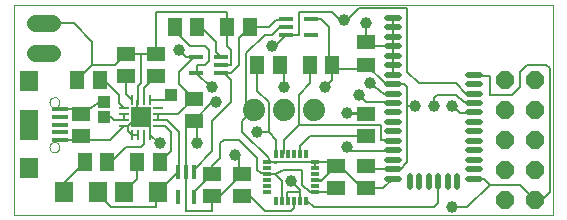
<source format=gtl>
G75*
%MOIN*%
%OFA0B0*%
%FSLAX24Y24*%
%IPPOS*%
%LPD*%
%AMOC8*
5,1,8,0,0,1.08239X$1,22.5*
%
%ADD10C,0.0000*%
%ADD11R,0.0315X0.0157*%
%ADD12R,0.0157X0.0315*%
%ADD13C,0.0050*%
%ADD14C,0.0197*%
%ADD15R,0.0591X0.0512*%
%ADD16OC8,0.0600*%
%ADD17R,0.0140X0.0460*%
%ADD18R,0.0460X0.0140*%
%ADD19R,0.0512X0.0591*%
%ADD20C,0.0560*%
%ADD21R,0.0630X0.0710*%
%ADD22R,0.0330X0.0110*%
%ADD23R,0.0110X0.0330*%
%ADD24R,0.0670X0.0670*%
%ADD25C,0.0300*%
%ADD26C,0.0740*%
%ADD27R,0.0591X0.0709*%
%ADD28R,0.0591X0.0984*%
%ADD29R,0.0551X0.0157*%
%ADD30C,0.0080*%
%ADD31C,0.0396*%
%ADD32R,0.0396X0.0396*%
D10*
X001980Y003870D02*
X001980Y010866D01*
X019975Y010866D01*
X019975Y003870D01*
X001980Y003870D01*
X003179Y006122D02*
X003181Y006147D01*
X003187Y006172D01*
X003196Y006196D01*
X003209Y006218D01*
X003226Y006238D01*
X003245Y006255D01*
X003266Y006269D01*
X003290Y006279D01*
X003314Y006286D01*
X003340Y006289D01*
X003365Y006288D01*
X003390Y006283D01*
X003414Y006274D01*
X003437Y006262D01*
X003457Y006247D01*
X003475Y006228D01*
X003490Y006207D01*
X003501Y006184D01*
X003509Y006160D01*
X003513Y006135D01*
X003513Y006109D01*
X003509Y006084D01*
X003501Y006060D01*
X003490Y006037D01*
X003475Y006016D01*
X003457Y005997D01*
X003437Y005982D01*
X003414Y005970D01*
X003390Y005961D01*
X003365Y005956D01*
X003340Y005955D01*
X003314Y005958D01*
X003290Y005965D01*
X003266Y005975D01*
X003245Y005989D01*
X003226Y006006D01*
X003209Y006026D01*
X003196Y006048D01*
X003187Y006072D01*
X003181Y006097D01*
X003179Y006122D01*
X003179Y007618D02*
X003181Y007643D01*
X003187Y007668D01*
X003196Y007692D01*
X003209Y007714D01*
X003226Y007734D01*
X003245Y007751D01*
X003266Y007765D01*
X003290Y007775D01*
X003314Y007782D01*
X003340Y007785D01*
X003365Y007784D01*
X003390Y007779D01*
X003414Y007770D01*
X003437Y007758D01*
X003457Y007743D01*
X003475Y007724D01*
X003490Y007703D01*
X003501Y007680D01*
X003509Y007656D01*
X003513Y007631D01*
X003513Y007605D01*
X003509Y007580D01*
X003501Y007556D01*
X003490Y007533D01*
X003475Y007512D01*
X003457Y007493D01*
X003437Y007478D01*
X003414Y007466D01*
X003390Y007457D01*
X003365Y007452D01*
X003340Y007451D01*
X003314Y007454D01*
X003290Y007461D01*
X003266Y007471D01*
X003245Y007485D01*
X003226Y007502D01*
X003209Y007522D01*
X003196Y007544D01*
X003187Y007568D01*
X003181Y007593D01*
X003179Y007618D01*
D11*
X010442Y005612D03*
X010442Y005415D03*
X010442Y005219D03*
X010442Y005022D03*
X010442Y004825D03*
X010442Y004628D03*
X012017Y004628D03*
X012017Y004825D03*
X012017Y005022D03*
X012017Y005219D03*
X012017Y005415D03*
X012017Y005612D03*
D12*
X011722Y005898D03*
X011525Y005898D03*
X011328Y005898D03*
X011131Y005898D03*
X010934Y005898D03*
X010737Y005898D03*
X010737Y004343D03*
X010934Y004343D03*
X011131Y004343D03*
X011328Y004343D03*
X011525Y004343D03*
X011722Y004343D03*
D13*
X010706Y005622D02*
X010708Y005631D01*
X010713Y005638D01*
X010721Y005643D01*
X010730Y005644D01*
X010739Y005641D01*
X010746Y005635D01*
X010750Y005627D01*
X010750Y005617D01*
X010746Y005609D01*
X010739Y005603D01*
X010730Y005600D01*
X010721Y005601D01*
X010713Y005606D01*
X010708Y005613D01*
X010706Y005622D01*
D14*
X014828Y005706D02*
X014828Y005706D01*
X014434Y005706D01*
X014434Y005706D01*
X014828Y005706D01*
X014828Y006021D02*
X014828Y006021D01*
X014434Y006021D01*
X014434Y006021D01*
X014828Y006021D01*
X014828Y006336D02*
X014828Y006336D01*
X014434Y006336D01*
X014434Y006336D01*
X014828Y006336D01*
X014828Y006651D02*
X014828Y006651D01*
X014434Y006651D01*
X014434Y006651D01*
X014828Y006651D01*
X014828Y006966D02*
X014828Y006966D01*
X014434Y006966D01*
X014434Y006966D01*
X014828Y006966D01*
X014828Y007281D02*
X014828Y007281D01*
X014434Y007281D01*
X014434Y007281D01*
X014828Y007281D01*
X014828Y007596D02*
X014828Y007596D01*
X014434Y007596D01*
X014434Y007596D01*
X014828Y007596D01*
X014828Y007910D02*
X014828Y007910D01*
X014434Y007910D01*
X014434Y007910D01*
X014828Y007910D01*
X014828Y008225D02*
X014828Y008225D01*
X014434Y008225D01*
X014434Y008225D01*
X014828Y008225D01*
X014828Y008540D02*
X014828Y008540D01*
X014434Y008540D01*
X014434Y008540D01*
X014828Y008540D01*
X014828Y008855D02*
X014828Y008855D01*
X014434Y008855D01*
X014434Y008855D01*
X014828Y008855D01*
X014828Y009170D02*
X014828Y009170D01*
X014434Y009170D01*
X014434Y009170D01*
X014828Y009170D01*
X014828Y009485D02*
X014828Y009485D01*
X014434Y009485D01*
X014434Y009485D01*
X014828Y009485D01*
X014828Y009800D02*
X014828Y009800D01*
X014434Y009800D01*
X014434Y009800D01*
X014828Y009800D01*
X014828Y010115D02*
X014828Y010115D01*
X014434Y010115D01*
X014434Y010115D01*
X014828Y010115D01*
X014828Y010430D02*
X014828Y010430D01*
X014434Y010430D01*
X014434Y010430D01*
X014828Y010430D01*
X017525Y008540D02*
X017525Y008540D01*
X017131Y008540D01*
X017131Y008540D01*
X017525Y008540D01*
X017525Y008225D02*
X017525Y008225D01*
X017131Y008225D01*
X017131Y008225D01*
X017525Y008225D01*
X017525Y007910D02*
X017525Y007910D01*
X017131Y007910D01*
X017131Y007910D01*
X017525Y007910D01*
X017525Y007596D02*
X017525Y007596D01*
X017131Y007596D01*
X017131Y007596D01*
X017525Y007596D01*
X017525Y007281D02*
X017525Y007281D01*
X017131Y007281D01*
X017131Y007281D01*
X017525Y007281D01*
X017525Y006966D02*
X017525Y006966D01*
X017131Y006966D01*
X017131Y006966D01*
X017525Y006966D01*
X017525Y006651D02*
X017525Y006651D01*
X017131Y006651D01*
X017131Y006651D01*
X017525Y006651D01*
X017525Y006336D02*
X017525Y006336D01*
X017131Y006336D01*
X017131Y006336D01*
X017525Y006336D01*
X017525Y006021D02*
X017525Y006021D01*
X017131Y006021D01*
X017131Y006021D01*
X017525Y006021D01*
X017525Y005706D02*
X017525Y005706D01*
X017131Y005706D01*
X017131Y005706D01*
X017525Y005706D01*
X017525Y005391D02*
X017525Y005391D01*
X017131Y005391D01*
X017131Y005391D01*
X017525Y005391D01*
X017525Y005076D02*
X017525Y005076D01*
X017131Y005076D01*
X017131Y005076D01*
X017525Y005076D01*
X016767Y004780D02*
X016767Y004780D01*
X016767Y005174D01*
X016767Y005174D01*
X016767Y004780D01*
X016767Y004976D02*
X016767Y004976D01*
X016767Y005172D02*
X016767Y005172D01*
X016452Y004780D02*
X016452Y004780D01*
X016452Y005174D01*
X016452Y005174D01*
X016452Y004780D01*
X016452Y004976D02*
X016452Y004976D01*
X016452Y005172D02*
X016452Y005172D01*
X016137Y004780D02*
X016137Y004780D01*
X016137Y005174D01*
X016137Y005174D01*
X016137Y004780D01*
X016137Y004976D02*
X016137Y004976D01*
X016137Y005172D02*
X016137Y005172D01*
X015822Y005174D02*
X015822Y005174D01*
X015822Y004780D01*
X015822Y004780D01*
X015822Y005174D01*
X015822Y004976D02*
X015822Y004976D01*
X015822Y005172D02*
X015822Y005172D01*
X015507Y005174D02*
X015507Y005174D01*
X015507Y004780D01*
X015507Y004780D01*
X015507Y005174D01*
X015507Y004976D02*
X015507Y004976D01*
X015507Y005172D02*
X015507Y005172D01*
X015192Y005174D02*
X015192Y005174D01*
X015192Y004780D01*
X015192Y004780D01*
X015192Y005174D01*
X015192Y004976D02*
X015192Y004976D01*
X015192Y005172D02*
X015192Y005172D01*
X014828Y005076D02*
X014828Y005076D01*
X014434Y005076D01*
X014434Y005076D01*
X014828Y005076D01*
X014828Y005391D02*
X014828Y005391D01*
X014434Y005391D01*
X014434Y005391D01*
X014828Y005391D01*
D15*
X013730Y005494D03*
X012730Y005494D03*
X012730Y004746D03*
X013730Y004746D03*
X013730Y006496D03*
X013730Y007244D03*
X013730Y008871D03*
X013730Y009619D03*
X007980Y007744D03*
X007980Y006996D03*
X006730Y008496D03*
X005730Y008496D03*
X005730Y009244D03*
X006730Y009244D03*
X004230Y007244D03*
X004230Y006496D03*
X008605Y005244D03*
X009605Y005244D03*
X009605Y004496D03*
X008605Y004496D03*
D16*
X018355Y004370D03*
X019355Y004370D03*
X019355Y005370D03*
X018355Y005370D03*
X018355Y006370D03*
X019355Y006370D03*
X019355Y007370D03*
X018355Y007370D03*
X018355Y008370D03*
X019355Y008370D03*
D17*
X007990Y005280D03*
X007730Y005280D03*
X007470Y005280D03*
X007470Y004460D03*
X007990Y004460D03*
D18*
X008070Y008610D03*
X008070Y009130D03*
X008890Y009130D03*
X008890Y008870D03*
X008890Y008610D03*
X011070Y009860D03*
X011070Y010120D03*
X011070Y010380D03*
X011890Y010380D03*
X011890Y009860D03*
D19*
X011856Y008870D03*
X012604Y008870D03*
X010854Y008870D03*
X010106Y008870D03*
X009854Y010120D03*
X009106Y010120D03*
X008104Y010120D03*
X007356Y010120D03*
X004854Y008370D03*
X004106Y008370D03*
X004356Y005620D03*
X005104Y005620D03*
X006106Y005620D03*
X006854Y005620D03*
D20*
X003260Y009245D02*
X002700Y009245D01*
X002700Y010245D02*
X003260Y010245D01*
D21*
X003670Y004620D03*
X004789Y004620D03*
X005670Y004620D03*
X006789Y004620D03*
D22*
X006810Y006820D03*
X006810Y007020D03*
X006810Y007220D03*
X006810Y007420D03*
X005650Y007420D03*
X005650Y007220D03*
X005650Y007020D03*
X005650Y006820D03*
D23*
X005930Y006540D03*
X006130Y006540D03*
X006330Y006540D03*
X006530Y006540D03*
X006530Y007700D03*
X006330Y007700D03*
X006130Y007700D03*
X005930Y007700D03*
D24*
X006230Y007120D03*
D25*
X006390Y006960D03*
X006070Y006960D03*
X006070Y007280D03*
X006390Y007280D03*
D26*
X009980Y007370D03*
X010980Y007370D03*
X011980Y007370D03*
D27*
X002480Y008321D03*
X002480Y005420D03*
D28*
X002480Y006870D03*
D29*
X003543Y006870D03*
X003543Y006614D03*
X003543Y006358D03*
X003543Y007126D03*
X003543Y007382D03*
D30*
X004342Y007382D01*
X004230Y007244D01*
X004856Y007620D01*
X004980Y007620D01*
X005480Y007590D02*
X005650Y007420D01*
X005650Y007220D02*
X005650Y007020D01*
X005330Y007020D01*
X005230Y007120D01*
X004980Y007120D01*
X005480Y007590D02*
X005480Y007870D01*
X004980Y008370D01*
X004854Y008370D01*
X004605Y008870D02*
X004605Y009620D01*
X003980Y010245D01*
X002980Y010245D01*
X004605Y008870D02*
X005356Y008870D01*
X005730Y009244D01*
X006230Y009244D01*
X006230Y008245D01*
X006130Y008145D01*
X006130Y007700D01*
X006105Y007675D01*
X006105Y007120D01*
X006230Y006995D01*
X006480Y006995D01*
X006530Y006945D01*
X006530Y006540D01*
X006825Y006245D01*
X006855Y006245D01*
X007230Y005995D02*
X007230Y006620D01*
X007030Y006820D01*
X006810Y006820D01*
X006810Y007020D02*
X007080Y007020D01*
X007480Y006620D01*
X007480Y005290D01*
X007470Y005280D01*
X007449Y005280D01*
X006789Y004620D01*
X006730Y004560D01*
X006730Y004120D01*
X005230Y004120D01*
X004789Y004560D01*
X004789Y004620D01*
X005670Y004620D02*
X006106Y005056D01*
X006106Y005620D01*
X006810Y005664D02*
X006854Y005620D01*
X006810Y005664D02*
X006899Y005664D01*
X007230Y005995D01*
X008105Y006245D02*
X008105Y006871D01*
X007980Y006996D01*
X008604Y007620D01*
X008730Y007620D01*
X009230Y007620D02*
X008605Y006995D01*
X008605Y005995D01*
X007980Y005370D01*
X007980Y005290D01*
X007990Y005280D01*
X007730Y005280D02*
X007730Y006746D01*
X007980Y006996D01*
X007456Y007220D02*
X007980Y007744D01*
X007480Y008244D01*
X007480Y008620D01*
X007990Y009130D01*
X008070Y009130D01*
X007720Y009130D01*
X007480Y009370D01*
X007855Y009495D02*
X008355Y009495D01*
X008480Y009370D01*
X008480Y008995D01*
X008355Y008870D01*
X008105Y008870D01*
X008105Y008645D01*
X008070Y008610D01*
X008560Y008120D01*
X008605Y008120D01*
X008990Y008610D02*
X009230Y008370D01*
X009230Y007620D01*
X009730Y007620D02*
X009980Y007370D01*
X009605Y006995D01*
X009605Y006620D01*
X010480Y005745D01*
X010480Y005620D01*
X012480Y005620D01*
X012605Y005495D01*
X012730Y005495D01*
X012230Y004995D01*
X011990Y004995D01*
X012017Y005022D01*
X012257Y005022D01*
X012730Y005494D01*
X012730Y005495D01*
X012730Y005494D02*
X012856Y005494D01*
X013480Y004870D01*
X013606Y004870D01*
X013730Y004746D01*
X014301Y004746D01*
X014631Y005076D01*
X014652Y005370D02*
X014631Y005391D01*
X013833Y005391D01*
X013730Y005494D01*
X013230Y005995D02*
X014606Y005995D01*
X014631Y006021D01*
X014631Y006336D02*
X014597Y006370D01*
X014230Y006370D01*
X014230Y006870D01*
X011480Y006870D01*
X010980Y006370D01*
X010980Y005943D01*
X010934Y005898D01*
X010737Y005898D02*
X010730Y005906D01*
X010730Y006370D01*
X010480Y006620D01*
X010105Y006620D01*
X010480Y006620D02*
X010480Y007620D01*
X010106Y007994D01*
X010106Y008870D01*
X009730Y009245D02*
X009730Y007620D01*
X010980Y008120D02*
X010980Y008744D01*
X010854Y008870D01*
X011856Y008870D02*
X011856Y008246D01*
X011480Y007870D01*
X011480Y006870D01*
X011856Y006496D02*
X011525Y006165D01*
X011525Y005898D01*
X012017Y005612D02*
X010442Y005612D01*
X010105Y005745D02*
X010105Y005370D01*
X010230Y005245D01*
X010416Y005245D01*
X010442Y005219D01*
X010703Y005219D01*
X010934Y004987D01*
X010934Y004343D01*
X011105Y004369D02*
X011131Y004343D01*
X011105Y004369D02*
X011105Y004620D01*
X011480Y004620D01*
X011525Y004575D01*
X011525Y004343D01*
X011525Y004700D01*
X011230Y004995D01*
X011605Y004870D02*
X011605Y005370D01*
X010980Y005370D01*
X010703Y005219D01*
X010105Y005745D02*
X009480Y006370D01*
X008980Y006370D01*
X008855Y006245D01*
X008855Y005745D01*
X008605Y005495D01*
X008605Y005244D01*
X008605Y005370D01*
X008605Y005244D02*
X007990Y004629D01*
X007990Y004460D01*
X008605Y004496D02*
X008857Y004496D01*
X009605Y005244D01*
X009480Y005369D01*
X009480Y005745D01*
X009355Y005870D01*
X007730Y005280D02*
X007730Y003995D01*
X008605Y003995D01*
X008605Y004496D01*
X009605Y004496D02*
X009854Y004496D01*
X010355Y003995D01*
X011230Y003995D01*
X011328Y004094D01*
X011328Y004343D01*
X011722Y004343D02*
X011757Y004343D01*
X011980Y004120D01*
X015980Y004120D01*
X016137Y004278D01*
X016137Y004977D01*
X015105Y005620D02*
X014855Y005370D01*
X014652Y005370D01*
X015105Y005620D02*
X015105Y007495D01*
X015355Y007495D01*
X015105Y007495D02*
X015105Y008120D01*
X014999Y008225D01*
X014631Y008225D01*
X014611Y008245D01*
X014355Y008245D01*
X013730Y008870D01*
X013730Y008871D01*
X013603Y008744D01*
X012730Y008744D01*
X012604Y008870D01*
X012604Y008369D01*
X012355Y008120D01*
X013480Y007870D02*
X013730Y007620D01*
X014605Y007620D01*
X014730Y007620D01*
X014631Y007596D02*
X014629Y007596D01*
X014605Y007620D01*
X014631Y007910D02*
X014314Y007910D01*
X013855Y008245D01*
X014631Y008540D02*
X014631Y008855D01*
X014631Y009170D01*
X014631Y009485D01*
X013863Y009485D01*
X013730Y009619D01*
X013730Y010245D01*
X013480Y010745D02*
X013105Y010370D01*
X012980Y010370D01*
X012855Y010370D01*
X012605Y010620D01*
X011480Y010620D01*
X011480Y009870D01*
X011470Y009860D01*
X011070Y009860D01*
X010705Y009495D01*
X010605Y009495D01*
X010605Y009870D02*
X010355Y009870D01*
X009730Y009245D01*
X009230Y009370D02*
X009230Y008870D01*
X008890Y008870D01*
X008890Y008610D02*
X008990Y008610D01*
X008890Y008610D02*
X009220Y008610D01*
X009480Y008870D01*
X009480Y009746D01*
X009854Y010120D01*
X010480Y010120D01*
X010730Y010370D01*
X011060Y010370D01*
X011070Y010380D01*
X011070Y010120D02*
X010855Y010120D01*
X010605Y009870D01*
X009230Y009370D02*
X009106Y009494D01*
X009106Y010120D01*
X009105Y010120D01*
X009106Y010120D02*
X009106Y010619D01*
X009105Y010620D01*
X006730Y010620D01*
X006730Y009244D01*
X006230Y009244D01*
X006730Y008496D02*
X006330Y008096D01*
X006330Y007700D01*
X006530Y007700D02*
X007060Y007700D01*
X007230Y007870D01*
X007456Y007220D02*
X006810Y007220D01*
X006810Y007020D01*
X006105Y007120D02*
X005805Y006820D01*
X005805Y006665D01*
X005930Y006540D01*
X006130Y006540D01*
X006330Y006540D02*
X006330Y006220D01*
X006230Y006120D01*
X005730Y006120D01*
X005230Y005620D01*
X005104Y005620D01*
X004356Y005620D02*
X003670Y004934D01*
X003670Y004620D01*
X003543Y006358D02*
X003491Y006358D01*
X003480Y006370D01*
X004104Y006370D01*
X004230Y006496D01*
X004342Y006358D01*
X005188Y006358D01*
X005650Y006820D01*
X005805Y006820D01*
X005930Y007700D02*
X005730Y007900D01*
X005730Y008496D01*
X004605Y008870D02*
X004106Y008371D01*
X004106Y008370D01*
X007356Y009994D02*
X007855Y009495D01*
X007356Y009994D02*
X007356Y010120D01*
X008104Y010120D02*
X008230Y010120D01*
X008730Y009620D01*
X008730Y009290D01*
X008890Y009130D01*
X011890Y010380D02*
X012220Y010380D01*
X012480Y010120D01*
X012480Y008994D01*
X012604Y008870D01*
X014631Y009485D02*
X014631Y009800D01*
X014631Y010115D01*
X014631Y010430D01*
X015105Y010745D02*
X013480Y010745D01*
X015105Y010745D02*
X015105Y008620D01*
X015480Y008245D01*
X016730Y008245D01*
X017064Y007910D01*
X017328Y007910D01*
X017303Y007620D02*
X016980Y007620D01*
X016730Y007870D01*
X016105Y007870D01*
X015980Y007745D01*
X015980Y007495D01*
X016605Y007495D02*
X016855Y007245D01*
X017293Y007245D01*
X017328Y007281D01*
X017328Y007596D02*
X017303Y007620D01*
X017855Y007870D02*
X018605Y007870D01*
X018855Y008120D01*
X018855Y008620D01*
X019105Y008870D01*
X019730Y008870D01*
X019855Y008745D01*
X019855Y004620D01*
X019605Y004370D01*
X019355Y004370D01*
X018855Y004870D01*
X017855Y004870D01*
X017649Y005076D01*
X017328Y005076D01*
X017855Y004870D02*
X017105Y004120D01*
X016605Y004120D01*
X013230Y005995D02*
X013105Y006120D01*
X013730Y006496D02*
X011856Y006496D01*
X013105Y007245D02*
X013729Y007245D01*
X013730Y007244D01*
X013106Y007244D01*
X013105Y007245D01*
X012611Y005612D02*
X012017Y005612D01*
X012017Y005415D01*
X012611Y005612D02*
X012730Y005494D01*
X012730Y004746D02*
X012611Y004628D01*
X012017Y004628D01*
X012009Y004620D01*
X011855Y004620D01*
X011605Y004870D01*
X017328Y008540D02*
X017373Y008495D01*
X017855Y008495D01*
X017855Y007870D01*
D31*
X016605Y007495D03*
X015980Y007495D03*
X015355Y007495D03*
X013855Y008245D03*
X013480Y007870D03*
X013105Y007245D03*
X012355Y008120D03*
X010980Y008120D03*
X010605Y009495D03*
X008605Y008120D03*
X008730Y007620D03*
X010105Y006620D03*
X009355Y005870D03*
X008105Y006245D03*
X006855Y006245D03*
X011230Y004995D03*
X013105Y006120D03*
X016605Y004120D03*
X007480Y009370D03*
X012980Y010370D03*
X013730Y010245D03*
D32*
X007230Y007870D03*
X004980Y007620D03*
X004980Y007120D03*
M02*

</source>
